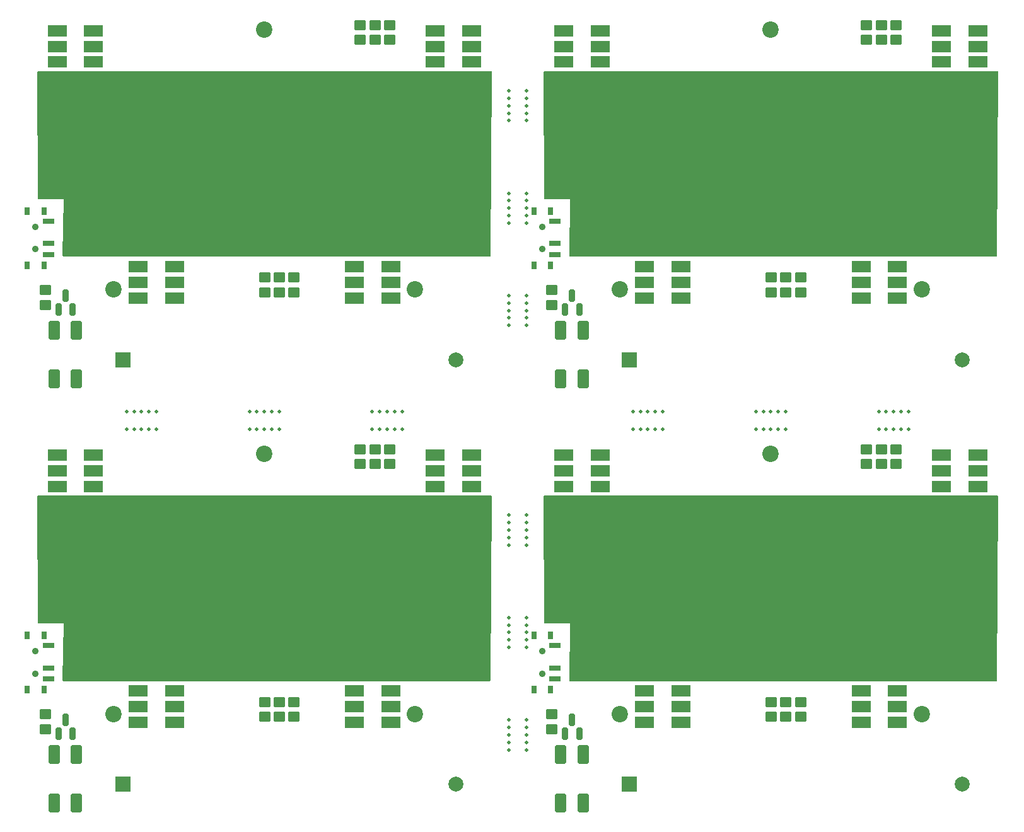
<source format=gts>
G04 #@! TF.GenerationSoftware,KiCad,Pcbnew,8.0.3-8.0.3-0~ubuntu24.04.1*
G04 #@! TF.CreationDate,2024-07-21T14:04:27+02:00*
G04 #@! TF.ProjectId,panel,70616e65-6c2e-46b6-9963-61645f706362,rev?*
G04 #@! TF.SameCoordinates,Original*
G04 #@! TF.FileFunction,Soldermask,Top*
G04 #@! TF.FilePolarity,Negative*
%FSLAX46Y46*%
G04 Gerber Fmt 4.6, Leading zero omitted, Abs format (unit mm)*
G04 Created by KiCad (PCBNEW 8.0.3-8.0.3-0~ubuntu24.04.1) date 2024-07-21 14:04:27*
%MOMM*%
%LPD*%
G01*
G04 APERTURE LIST*
G04 Aperture macros list*
%AMRoundRect*
0 Rectangle with rounded corners*
0 $1 Rounding radius*
0 $2 $3 $4 $5 $6 $7 $8 $9 X,Y pos of 4 corners*
0 Add a 4 corners polygon primitive as box body*
4,1,4,$2,$3,$4,$5,$6,$7,$8,$9,$2,$3,0*
0 Add four circle primitives for the rounded corners*
1,1,$1+$1,$2,$3*
1,1,$1+$1,$4,$5*
1,1,$1+$1,$6,$7*
1,1,$1+$1,$8,$9*
0 Add four rect primitives between the rounded corners*
20,1,$1+$1,$2,$3,$4,$5,0*
20,1,$1+$1,$4,$5,$6,$7,0*
20,1,$1+$1,$6,$7,$8,$9,0*
20,1,$1+$1,$8,$9,$2,$3,0*%
G04 Aperture macros list end*
%ADD10C,0.500000*%
%ADD11R,2.600000X1.600000*%
%ADD12RoundRect,0.287500X0.512500X-0.402500X0.512500X0.402500X-0.512500X0.402500X-0.512500X-0.402500X0*%
%ADD13RoundRect,0.250000X-0.500000X1.000000X-0.500000X-1.000000X0.500000X-1.000000X0.500000X1.000000X0*%
%ADD14RoundRect,0.291666X-0.508334X0.408334X-0.508334X-0.408334X0.508334X-0.408334X0.508334X0.408334X0*%
%ADD15C,2.200000*%
%ADD16RoundRect,0.200000X0.200000X-0.637500X0.200000X0.637500X-0.200000X0.637500X-0.200000X-0.637500X0*%
%ADD17R,2.000000X2.000000*%
%ADD18C,2.000000*%
%ADD19RoundRect,0.291666X0.508334X-0.408334X0.508334X0.408334X-0.508334X0.408334X-0.508334X-0.408334X0*%
%ADD20R,0.800000X1.000000*%
%ADD21C,0.900000*%
%ADD22R,1.500000X0.700000*%
G04 APERTURE END LIST*
D10*
G04 #@! TO.C,KiKit_MB_9_5*
X68200000Y-39250000D03*
G04 #@! TD*
G04 #@! TO.C,KiKit_MB_23_5*
X103000000Y-57200000D03*
G04 #@! TD*
D11*
G04 #@! TO.C,D4*
X50025000Y-96575000D03*
X50025000Y-94475000D03*
X50025000Y-92375000D03*
X45125000Y-92375000D03*
X45125000Y-94475000D03*
X45125000Y-96575000D03*
G04 #@! TD*
D12*
G04 #@! TO.C,R3*
X45875000Y-4887500D03*
X45875000Y-2887500D03*
G04 #@! TD*
D10*
G04 #@! TO.C,KiKit_MB_16_5*
X18500000Y-57200000D03*
G04 #@! TD*
D11*
G04 #@! TO.C,D1*
X78075000Y-7875000D03*
X78075000Y-5775000D03*
X78075000Y-3675000D03*
X73175000Y-3675000D03*
X73175000Y-5775000D03*
X73175000Y-7875000D03*
G04 #@! TD*
D10*
G04 #@! TO.C,KiKit_MB_19_5*
X68200000Y-68750000D03*
G04 #@! TD*
G04 #@! TO.C,KiKit_MB_22_4*
X85500000Y-57200000D03*
G04 #@! TD*
D13*
G04 #@! TO.C,L1*
X75787500Y-100886433D03*
X72787500Y-100886433D03*
X72787500Y-107386433D03*
X75787500Y-107386433D03*
G04 #@! TD*
D11*
G04 #@! TO.C,D2*
X20925000Y-39575000D03*
X20925000Y-37475000D03*
X20925000Y-35375000D03*
X16025000Y-35375000D03*
X16025000Y-37475000D03*
X16025000Y-39575000D03*
G04 #@! TD*
D10*
G04 #@! TO.C,KiKit_MB_19_2*
X68200000Y-71750000D03*
G04 #@! TD*
G04 #@! TO.C,KiKit_MB_8_5*
X68200000Y-25500000D03*
G04 #@! TD*
G04 #@! TO.C,KiKit_MB_3_1*
X65800000Y-39250000D03*
G04 #@! TD*
G04 #@! TO.C,KiKit_MB_1_5*
X65800000Y-15750000D03*
G04 #@! TD*
D14*
G04 #@! TO.C,R1*
X71600000Y-95487500D03*
X71600000Y-97487500D03*
G04 #@! TD*
D13*
G04 #@! TO.C,L1*
X75787500Y-43886433D03*
X72787500Y-43886433D03*
X72787500Y-50386433D03*
X75787500Y-50386433D03*
G04 #@! TD*
D10*
G04 #@! TO.C,KiKit_MB_18_3*
X49500000Y-57200000D03*
G04 #@! TD*
D15*
G04 #@! TO.C,*
X53250000Y-38425000D03*
G04 #@! TD*
D10*
G04 #@! TO.C,KiKit_MB_23_4*
X102000000Y-57200000D03*
G04 #@! TD*
G04 #@! TO.C,KiKit_MB_2_4*
X65800000Y-28500000D03*
G04 #@! TD*
G04 #@! TO.C,KiKit_MB_14_2*
X65800000Y-83500000D03*
G04 #@! TD*
G04 #@! TO.C,KiKit_MB_16_4*
X17500000Y-57200000D03*
G04 #@! TD*
D11*
G04 #@! TO.C,D4*
X118025000Y-96575000D03*
X118025000Y-94475000D03*
X118025000Y-92375000D03*
X113125000Y-92375000D03*
X113125000Y-94475000D03*
X113125000Y-96575000D03*
G04 #@! TD*
D15*
G04 #@! TO.C,*
X101000000Y-3500000D03*
G04 #@! TD*
G04 #@! TO.C,*
X80750000Y-38425000D03*
G04 #@! TD*
G04 #@! TO.C,*
X80750000Y-95425000D03*
G04 #@! TD*
D11*
G04 #@! TO.C,D4*
X118025000Y-39575000D03*
X118025000Y-37475000D03*
X118025000Y-35375000D03*
X113125000Y-35375000D03*
X113125000Y-37475000D03*
X113125000Y-39575000D03*
G04 #@! TD*
G04 #@! TO.C,D2*
X20925000Y-96575000D03*
X20925000Y-94475000D03*
X20925000Y-92375000D03*
X16025000Y-92375000D03*
X16025000Y-94475000D03*
X16025000Y-96575000D03*
G04 #@! TD*
D10*
G04 #@! TO.C,KiKit_MB_17_5*
X35000000Y-57200000D03*
G04 #@! TD*
G04 #@! TO.C,KiKit_MB_18_2*
X48500000Y-57200000D03*
G04 #@! TD*
G04 #@! TO.C,KiKit_MB_17_4*
X34000000Y-57200000D03*
G04 #@! TD*
G04 #@! TO.C,KiKit_MB_5_4*
X32000000Y-54800000D03*
G04 #@! TD*
D11*
G04 #@! TO.C,D3*
X128825000Y-64875000D03*
X128825000Y-62775000D03*
X128825000Y-60675000D03*
X123925000Y-60675000D03*
X123925000Y-62775000D03*
X123925000Y-64875000D03*
G04 #@! TD*
D10*
G04 #@! TO.C,KiKit_MB_22_5*
X86500000Y-57200000D03*
G04 #@! TD*
G04 #@! TO.C,KiKit_MB_24_1*
X115500000Y-57200000D03*
G04 #@! TD*
D11*
G04 #@! TO.C,D2*
X88925000Y-96575000D03*
X88925000Y-94475000D03*
X88925000Y-92375000D03*
X84025000Y-92375000D03*
X84025000Y-94475000D03*
X84025000Y-96575000D03*
G04 #@! TD*
D10*
G04 #@! TO.C,KiKit_MB_10_1*
X86500000Y-54800000D03*
G04 #@! TD*
G04 #@! TO.C,KiKit_MB_14_3*
X65800000Y-84500000D03*
G04 #@! TD*
G04 #@! TO.C,KiKit_MB_22_3*
X84500000Y-57200000D03*
G04 #@! TD*
G04 #@! TO.C,KiKit_MB_5_3*
X33000000Y-54800000D03*
G04 #@! TD*
G04 #@! TO.C,KiKit_MB_6_2*
X50500000Y-54800000D03*
G04 #@! TD*
D16*
G04 #@! TO.C,Q1*
X5375000Y-41100000D03*
X7275000Y-41100000D03*
X6325000Y-39225000D03*
G04 #@! TD*
D17*
G04 #@! TO.C,BT1*
X81987500Y-104886433D03*
D18*
X126687500Y-104886433D03*
G04 #@! TD*
D13*
G04 #@! TO.C,L1*
X7787500Y-100886433D03*
X4787500Y-100886433D03*
X4787500Y-107386433D03*
X7787500Y-107386433D03*
G04 #@! TD*
D10*
G04 #@! TO.C,KiKit_MB_12_2*
X118500000Y-54800000D03*
G04 #@! TD*
D19*
G04 #@! TO.C,R4*
X47850000Y-4887500D03*
X47850000Y-2887500D03*
G04 #@! TD*
D10*
G04 #@! TO.C,KiKit_MB_12_3*
X117500000Y-54800000D03*
G04 #@! TD*
G04 #@! TO.C,KiKit_MB_20_2*
X68200000Y-85500000D03*
G04 #@! TD*
G04 #@! TO.C,KiKit_MB_12_5*
X115500000Y-54800000D03*
G04 #@! TD*
G04 #@! TO.C,KiKit_MB_20_4*
X68200000Y-83500000D03*
G04 #@! TD*
G04 #@! TO.C,KiKit_MB_12_1*
X119500000Y-54800000D03*
G04 #@! TD*
D19*
G04 #@! TO.C,R2*
X117825000Y-61887500D03*
X117825000Y-59887500D03*
G04 #@! TD*
D10*
G04 #@! TO.C,KiKit_MB_7_3*
X68200000Y-13750000D03*
G04 #@! TD*
G04 #@! TO.C,KiKit_MB_24_3*
X117500000Y-57200000D03*
G04 #@! TD*
D19*
G04 #@! TO.C,R2*
X49825000Y-61887500D03*
X49825000Y-59887500D03*
G04 #@! TD*
D11*
G04 #@! TO.C,D3*
X60825000Y-7875000D03*
X60825000Y-5775000D03*
X60825000Y-3675000D03*
X55925000Y-3675000D03*
X55925000Y-5775000D03*
X55925000Y-7875000D03*
G04 #@! TD*
D10*
G04 #@! TO.C,KiKit_MB_12_4*
X116500000Y-54800000D03*
G04 #@! TD*
D12*
G04 #@! TO.C,R6*
X101043750Y-38818750D03*
X101043750Y-36818750D03*
G04 #@! TD*
D11*
G04 #@! TO.C,D1*
X78075000Y-64875000D03*
X78075000Y-62775000D03*
X78075000Y-60675000D03*
X73175000Y-60675000D03*
X73175000Y-62775000D03*
X73175000Y-64875000D03*
G04 #@! TD*
D10*
G04 #@! TO.C,KiKit_MB_13_2*
X65800000Y-69750000D03*
G04 #@! TD*
G04 #@! TO.C,KiKit_MB_11_2*
X102000000Y-54800000D03*
G04 #@! TD*
G04 #@! TO.C,KiKit_MB_8_2*
X68200000Y-28500000D03*
G04 #@! TD*
G04 #@! TO.C,KiKit_MB_4_5*
X14500000Y-54800000D03*
G04 #@! TD*
G04 #@! TO.C,KiKit_MB_13_3*
X65800000Y-70750000D03*
G04 #@! TD*
G04 #@! TO.C,KiKit_MB_11_5*
X99000000Y-54800000D03*
G04 #@! TD*
G04 #@! TO.C,KiKit_MB_8_3*
X68200000Y-27500000D03*
G04 #@! TD*
G04 #@! TO.C,KiKit_MB_2_5*
X65800000Y-29500000D03*
G04 #@! TD*
G04 #@! TO.C,KiKit_MB_15_2*
X65800000Y-97250000D03*
G04 #@! TD*
G04 #@! TO.C,KiKit_MB_21_3*
X68200000Y-98250000D03*
G04 #@! TD*
D12*
G04 #@! TO.C,R6*
X33043750Y-95818750D03*
X33043750Y-93818750D03*
G04 #@! TD*
D10*
G04 #@! TO.C,KiKit_MB_10_4*
X83500000Y-54800000D03*
G04 #@! TD*
D16*
G04 #@! TO.C,Q1*
X73375000Y-41100000D03*
X75275000Y-41100000D03*
X74325000Y-39225000D03*
G04 #@! TD*
D10*
G04 #@! TO.C,KiKit_MB_17_3*
X33000000Y-57200000D03*
G04 #@! TD*
G04 #@! TO.C,KiKit_MB_18_4*
X50500000Y-57200000D03*
G04 #@! TD*
G04 #@! TO.C,KiKit_MB_13_1*
X65800000Y-68750000D03*
G04 #@! TD*
G04 #@! TO.C,KiKit_MB_6_1*
X51500000Y-54800000D03*
G04 #@! TD*
G04 #@! TO.C,KiKit_MB_10_2*
X85500000Y-54800000D03*
G04 #@! TD*
G04 #@! TO.C,KiKit_MB_3_2*
X65800000Y-40250000D03*
G04 #@! TD*
D19*
G04 #@! TO.C,R7*
X103018750Y-95818750D03*
X103018750Y-93818750D03*
G04 #@! TD*
D10*
G04 #@! TO.C,KiKit_MB_1_2*
X65800000Y-12750000D03*
G04 #@! TD*
D12*
G04 #@! TO.C,R3*
X113875000Y-61887500D03*
X113875000Y-59887500D03*
G04 #@! TD*
G04 #@! TO.C,R6*
X33043750Y-38818750D03*
X33043750Y-36818750D03*
G04 #@! TD*
D10*
G04 #@! TO.C,KiKit_MB_23_1*
X99000000Y-57200000D03*
G04 #@! TD*
D19*
G04 #@! TO.C,R7*
X35018750Y-95818750D03*
X35018750Y-93818750D03*
G04 #@! TD*
D15*
G04 #@! TO.C,*
X121250000Y-95425000D03*
G04 #@! TD*
D17*
G04 #@! TO.C,BT1*
X13987500Y-47886433D03*
D18*
X58687500Y-47886433D03*
G04 #@! TD*
D10*
G04 #@! TO.C,KiKit_MB_1_4*
X65800000Y-14750000D03*
G04 #@! TD*
D20*
G04 #@! TO.C,SW1*
X3392500Y-27861433D03*
X1182500Y-27861433D03*
D21*
X2282500Y-30011433D03*
X2282500Y-33011433D03*
D20*
X3392500Y-35161433D03*
X1182500Y-35161433D03*
D22*
X4042500Y-29261433D03*
X4042500Y-32261433D03*
X4042500Y-33761433D03*
G04 #@! TD*
D12*
G04 #@! TO.C,R3*
X45875000Y-61887500D03*
X45875000Y-59887500D03*
G04 #@! TD*
D10*
G04 #@! TO.C,KiKit_MB_16_3*
X16500000Y-57200000D03*
G04 #@! TD*
D16*
G04 #@! TO.C,Q1*
X5375000Y-98100000D03*
X7275000Y-98100000D03*
X6325000Y-96225000D03*
G04 #@! TD*
D10*
G04 #@! TO.C,KiKit_MB_20_1*
X68200000Y-86500000D03*
G04 #@! TD*
G04 #@! TO.C,KiKit_MB_17_2*
X32000000Y-57200000D03*
G04 #@! TD*
G04 #@! TO.C,KiKit_MB_2_3*
X65800000Y-27500000D03*
G04 #@! TD*
D19*
G04 #@! TO.C,R5*
X104993750Y-95818750D03*
X104993750Y-93818750D03*
G04 #@! TD*
D10*
G04 #@! TO.C,KiKit_MB_5_1*
X35000000Y-54800000D03*
G04 #@! TD*
D19*
G04 #@! TO.C,R5*
X36993750Y-95818750D03*
X36993750Y-93818750D03*
G04 #@! TD*
G04 #@! TO.C,R2*
X117825000Y-4887500D03*
X117825000Y-2887500D03*
G04 #@! TD*
D10*
G04 #@! TO.C,KiKit_MB_4_4*
X15500000Y-54800000D03*
G04 #@! TD*
D12*
G04 #@! TO.C,R3*
X113875000Y-4887500D03*
X113875000Y-2887500D03*
G04 #@! TD*
D17*
G04 #@! TO.C,BT1*
X13987500Y-104886433D03*
D18*
X58687500Y-104886433D03*
G04 #@! TD*
D10*
G04 #@! TO.C,KiKit_MB_20_3*
X68200000Y-84500000D03*
G04 #@! TD*
G04 #@! TO.C,KiKit_MB_7_4*
X68200000Y-12750000D03*
G04 #@! TD*
D19*
G04 #@! TO.C,R5*
X36993750Y-38818750D03*
X36993750Y-36818750D03*
G04 #@! TD*
G04 #@! TO.C,R7*
X103018750Y-38818750D03*
X103018750Y-36818750D03*
G04 #@! TD*
D10*
G04 #@! TO.C,KiKit_MB_15_1*
X65800000Y-96250000D03*
G04 #@! TD*
D20*
G04 #@! TO.C,SW1*
X71392500Y-27861433D03*
X69182500Y-27861433D03*
D21*
X70282500Y-30011433D03*
X70282500Y-33011433D03*
D20*
X71392500Y-35161433D03*
X69182500Y-35161433D03*
D22*
X72042500Y-29261433D03*
X72042500Y-32261433D03*
X72042500Y-33761433D03*
G04 #@! TD*
D10*
G04 #@! TO.C,KiKit_MB_23_3*
X101000000Y-57200000D03*
G04 #@! TD*
D19*
G04 #@! TO.C,R4*
X47850000Y-61887500D03*
X47850000Y-59887500D03*
G04 #@! TD*
D10*
G04 #@! TO.C,KiKit_MB_3_5*
X65800000Y-43250000D03*
G04 #@! TD*
G04 #@! TO.C,KiKit_MB_24_5*
X119500000Y-57200000D03*
G04 #@! TD*
D19*
G04 #@! TO.C,R7*
X35018750Y-38818750D03*
X35018750Y-36818750D03*
G04 #@! TD*
D10*
G04 #@! TO.C,KiKit_MB_19_4*
X68200000Y-69750000D03*
G04 #@! TD*
G04 #@! TO.C,KiKit_MB_4_1*
X18500000Y-54800000D03*
G04 #@! TD*
D15*
G04 #@! TO.C,*
X33000000Y-3500000D03*
G04 #@! TD*
D10*
G04 #@! TO.C,KiKit_MB_9_3*
X68200000Y-41250000D03*
G04 #@! TD*
G04 #@! TO.C,KiKit_MB_22_1*
X82500000Y-57200000D03*
G04 #@! TD*
D15*
G04 #@! TO.C,*
X33000000Y-60500000D03*
G04 #@! TD*
D10*
G04 #@! TO.C,KiKit_MB_24_2*
X116500000Y-57200000D03*
G04 #@! TD*
D11*
G04 #@! TO.C,D3*
X60825000Y-64875000D03*
X60825000Y-62775000D03*
X60825000Y-60675000D03*
X55925000Y-60675000D03*
X55925000Y-62775000D03*
X55925000Y-64875000D03*
G04 #@! TD*
D10*
G04 #@! TO.C,KiKit_MB_9_1*
X68200000Y-43250000D03*
G04 #@! TD*
G04 #@! TO.C,KiKit_MB_13_5*
X65800000Y-72750000D03*
G04 #@! TD*
D19*
G04 #@! TO.C,R5*
X104993750Y-38818750D03*
X104993750Y-36818750D03*
G04 #@! TD*
D10*
G04 #@! TO.C,KiKit_MB_18_1*
X47500000Y-57200000D03*
G04 #@! TD*
G04 #@! TO.C,KiKit_MB_11_3*
X101000000Y-54800000D03*
G04 #@! TD*
G04 #@! TO.C,KiKit_MB_4_2*
X17500000Y-54800000D03*
G04 #@! TD*
D15*
G04 #@! TO.C,*
X12750000Y-95425000D03*
G04 #@! TD*
D10*
G04 #@! TO.C,KiKit_MB_11_1*
X103000000Y-54800000D03*
G04 #@! TD*
G04 #@! TO.C,KiKit_MB_18_5*
X51500000Y-57200000D03*
G04 #@! TD*
D15*
G04 #@! TO.C,*
X12750000Y-38425000D03*
G04 #@! TD*
D10*
G04 #@! TO.C,KiKit_MB_6_4*
X48500000Y-54800000D03*
G04 #@! TD*
G04 #@! TO.C,KiKit_MB_22_2*
X83500000Y-57200000D03*
G04 #@! TD*
G04 #@! TO.C,KiKit_MB_13_4*
X65800000Y-71750000D03*
G04 #@! TD*
D11*
G04 #@! TO.C,D1*
X10075000Y-7875000D03*
X10075000Y-5775000D03*
X10075000Y-3675000D03*
X5175000Y-3675000D03*
X5175000Y-5775000D03*
X5175000Y-7875000D03*
G04 #@! TD*
D10*
G04 #@! TO.C,KiKit_MB_1_1*
X65800000Y-11750000D03*
G04 #@! TD*
G04 #@! TO.C,KiKit_MB_16_2*
X15500000Y-57200000D03*
G04 #@! TD*
D14*
G04 #@! TO.C,R1*
X3600000Y-95487500D03*
X3600000Y-97487500D03*
G04 #@! TD*
D10*
G04 #@! TO.C,KiKit_MB_23_2*
X100000000Y-57200000D03*
G04 #@! TD*
G04 #@! TO.C,KiKit_MB_8_4*
X68200000Y-26500000D03*
G04 #@! TD*
G04 #@! TO.C,KiKit_MB_16_1*
X14500000Y-57200000D03*
G04 #@! TD*
D16*
G04 #@! TO.C,Q1*
X73375000Y-98100000D03*
X75275000Y-98100000D03*
X74325000Y-96225000D03*
G04 #@! TD*
D10*
G04 #@! TO.C,KiKit_MB_7_1*
X68200000Y-15750000D03*
G04 #@! TD*
G04 #@! TO.C,KiKit_MB_21_4*
X68200000Y-97250000D03*
G04 #@! TD*
D19*
G04 #@! TO.C,R4*
X115850000Y-4887500D03*
X115850000Y-2887500D03*
G04 #@! TD*
D10*
G04 #@! TO.C,KiKit_MB_11_4*
X100000000Y-54800000D03*
G04 #@! TD*
G04 #@! TO.C,KiKit_MB_10_3*
X84500000Y-54800000D03*
G04 #@! TD*
D15*
G04 #@! TO.C,*
X121250000Y-38425000D03*
G04 #@! TD*
D20*
G04 #@! TO.C,SW1*
X3392500Y-84861433D03*
X1182500Y-84861433D03*
D21*
X2282500Y-87011433D03*
X2282500Y-90011433D03*
D20*
X3392500Y-92161433D03*
X1182500Y-92161433D03*
D22*
X4042500Y-86261433D03*
X4042500Y-89261433D03*
X4042500Y-90761433D03*
G04 #@! TD*
D10*
G04 #@! TO.C,KiKit_MB_2_2*
X65800000Y-26500000D03*
G04 #@! TD*
G04 #@! TO.C,KiKit_MB_6_5*
X47500000Y-54800000D03*
G04 #@! TD*
G04 #@! TO.C,KiKit_MB_20_5*
X68200000Y-82500000D03*
G04 #@! TD*
G04 #@! TO.C,KiKit_MB_14_1*
X65800000Y-82500000D03*
G04 #@! TD*
D14*
G04 #@! TO.C,R1*
X71600000Y-38487500D03*
X71600000Y-40487500D03*
G04 #@! TD*
D10*
G04 #@! TO.C,KiKit_MB_19_1*
X68200000Y-72750000D03*
G04 #@! TD*
G04 #@! TO.C,KiKit_MB_17_1*
X31000000Y-57200000D03*
G04 #@! TD*
G04 #@! TO.C,KiKit_MB_3_4*
X65800000Y-42250000D03*
G04 #@! TD*
D12*
G04 #@! TO.C,R6*
X101043750Y-95818750D03*
X101043750Y-93818750D03*
G04 #@! TD*
D15*
G04 #@! TO.C,*
X53250000Y-95425000D03*
G04 #@! TD*
D10*
G04 #@! TO.C,KiKit_MB_7_5*
X68200000Y-11750000D03*
G04 #@! TD*
G04 #@! TO.C,KiKit_MB_19_3*
X68200000Y-70750000D03*
G04 #@! TD*
G04 #@! TO.C,KiKit_MB_15_4*
X65800000Y-99250000D03*
G04 #@! TD*
D20*
G04 #@! TO.C,SW1*
X71392500Y-84861433D03*
X69182500Y-84861433D03*
D21*
X70282500Y-87011433D03*
X70282500Y-90011433D03*
D20*
X71392500Y-92161433D03*
X69182500Y-92161433D03*
D22*
X72042500Y-86261433D03*
X72042500Y-89261433D03*
X72042500Y-90761433D03*
G04 #@! TD*
D10*
G04 #@! TO.C,KiKit_MB_7_2*
X68200000Y-14750000D03*
G04 #@! TD*
D11*
G04 #@! TO.C,D2*
X88925000Y-39575000D03*
X88925000Y-37475000D03*
X88925000Y-35375000D03*
X84025000Y-35375000D03*
X84025000Y-37475000D03*
X84025000Y-39575000D03*
G04 #@! TD*
D10*
G04 #@! TO.C,KiKit_MB_9_4*
X68200000Y-40250000D03*
G04 #@! TD*
G04 #@! TO.C,KiKit_MB_3_3*
X65800000Y-41250000D03*
G04 #@! TD*
G04 #@! TO.C,KiKit_MB_10_5*
X82500000Y-54800000D03*
G04 #@! TD*
D11*
G04 #@! TO.C,D4*
X50025000Y-39575000D03*
X50025000Y-37475000D03*
X50025000Y-35375000D03*
X45125000Y-35375000D03*
X45125000Y-37475000D03*
X45125000Y-39575000D03*
G04 #@! TD*
D10*
G04 #@! TO.C,KiKit_MB_5_5*
X31000000Y-54800000D03*
G04 #@! TD*
D17*
G04 #@! TO.C,BT1*
X81987500Y-47886433D03*
D18*
X126687500Y-47886433D03*
G04 #@! TD*
D19*
G04 #@! TO.C,R2*
X49825000Y-4887500D03*
X49825000Y-2887500D03*
G04 #@! TD*
D10*
G04 #@! TO.C,KiKit_MB_5_2*
X34000000Y-54800000D03*
G04 #@! TD*
G04 #@! TO.C,KiKit_MB_4_3*
X16500000Y-54800000D03*
G04 #@! TD*
G04 #@! TO.C,KiKit_MB_9_2*
X68200000Y-42250000D03*
G04 #@! TD*
G04 #@! TO.C,KiKit_MB_21_2*
X68200000Y-99250000D03*
G04 #@! TD*
D11*
G04 #@! TO.C,D3*
X128825000Y-7875000D03*
X128825000Y-5775000D03*
X128825000Y-3675000D03*
X123925000Y-3675000D03*
X123925000Y-5775000D03*
X123925000Y-7875000D03*
G04 #@! TD*
D19*
G04 #@! TO.C,R4*
X115850000Y-61887500D03*
X115850000Y-59887500D03*
G04 #@! TD*
D10*
G04 #@! TO.C,KiKit_MB_14_4*
X65800000Y-85500000D03*
G04 #@! TD*
G04 #@! TO.C,KiKit_MB_21_1*
X68200000Y-100250000D03*
G04 #@! TD*
D15*
G04 #@! TO.C,*
X101000000Y-60500000D03*
G04 #@! TD*
D10*
G04 #@! TO.C,KiKit_MB_14_5*
X65800000Y-86500000D03*
G04 #@! TD*
G04 #@! TO.C,KiKit_MB_2_1*
X65800000Y-25500000D03*
G04 #@! TD*
G04 #@! TO.C,KiKit_MB_21_5*
X68200000Y-96250000D03*
G04 #@! TD*
D11*
G04 #@! TO.C,D1*
X10075000Y-64875000D03*
X10075000Y-62775000D03*
X10075000Y-60675000D03*
X5175000Y-60675000D03*
X5175000Y-62775000D03*
X5175000Y-64875000D03*
G04 #@! TD*
D14*
G04 #@! TO.C,R1*
X3600000Y-38487500D03*
X3600000Y-40487500D03*
G04 #@! TD*
D10*
G04 #@! TO.C,KiKit_MB_24_4*
X118500000Y-57200000D03*
G04 #@! TD*
G04 #@! TO.C,KiKit_MB_8_1*
X68200000Y-29500000D03*
G04 #@! TD*
G04 #@! TO.C,KiKit_MB_1_3*
X65800000Y-13750000D03*
G04 #@! TD*
G04 #@! TO.C,KiKit_MB_15_5*
X65800000Y-100250000D03*
G04 #@! TD*
G04 #@! TO.C,KiKit_MB_6_3*
X49500000Y-54800000D03*
G04 #@! TD*
D13*
G04 #@! TO.C,L1*
X7787500Y-43886433D03*
X4787500Y-43886433D03*
X4787500Y-50386433D03*
X7787500Y-50386433D03*
G04 #@! TD*
D10*
G04 #@! TO.C,KiKit_MB_15_3*
X65800000Y-98250000D03*
G04 #@! TD*
G36*
X63467417Y-9094685D02*
G01*
X63513172Y-9147489D01*
X63524376Y-9199621D01*
X63400618Y-33901621D01*
X63380598Y-33968561D01*
X63327566Y-34014051D01*
X63276620Y-34025000D01*
X6051431Y-34025000D01*
X5984392Y-34005315D01*
X5938637Y-33952511D01*
X5927454Y-33898593D01*
X6074999Y-26300000D01*
X2723461Y-26300000D01*
X2656422Y-26280315D01*
X2610667Y-26227511D01*
X2599462Y-26176540D01*
X2525542Y-9199540D01*
X2544935Y-9132415D01*
X2597539Y-9086431D01*
X2649541Y-9075000D01*
X63400378Y-9075000D01*
X63467417Y-9094685D01*
G37*
G36*
X63467417Y-66094685D02*
G01*
X63513172Y-66147489D01*
X63524376Y-66199621D01*
X63400618Y-90901621D01*
X63380598Y-90968561D01*
X63327566Y-91014051D01*
X63276620Y-91025000D01*
X6051431Y-91025000D01*
X5984392Y-91005315D01*
X5938637Y-90952511D01*
X5927454Y-90898593D01*
X6074999Y-83300000D01*
X2723461Y-83300000D01*
X2656422Y-83280315D01*
X2610667Y-83227511D01*
X2599462Y-83176540D01*
X2525542Y-66199540D01*
X2544935Y-66132415D01*
X2597539Y-66086431D01*
X2649541Y-66075000D01*
X63400378Y-66075000D01*
X63467417Y-66094685D01*
G37*
G36*
X131467417Y-9094685D02*
G01*
X131513172Y-9147489D01*
X131524376Y-9199621D01*
X131400618Y-33901621D01*
X131380598Y-33968561D01*
X131327566Y-34014051D01*
X131276620Y-34025000D01*
X74051431Y-34025000D01*
X73984392Y-34005315D01*
X73938637Y-33952511D01*
X73927454Y-33898593D01*
X74074999Y-26300000D01*
X70723461Y-26300000D01*
X70656422Y-26280315D01*
X70610667Y-26227511D01*
X70599462Y-26176540D01*
X70525542Y-9199540D01*
X70544935Y-9132415D01*
X70597539Y-9086431D01*
X70649541Y-9075000D01*
X131400378Y-9075000D01*
X131467417Y-9094685D01*
G37*
G36*
X131467417Y-66094685D02*
G01*
X131513172Y-66147489D01*
X131524376Y-66199621D01*
X131400618Y-90901621D01*
X131380598Y-90968561D01*
X131327566Y-91014051D01*
X131276620Y-91025000D01*
X74051431Y-91025000D01*
X73984392Y-91005315D01*
X73938637Y-90952511D01*
X73927454Y-90898593D01*
X74074999Y-83300000D01*
X70723461Y-83300000D01*
X70656422Y-83280315D01*
X70610667Y-83227511D01*
X70599462Y-83176540D01*
X70525542Y-66199540D01*
X70544935Y-66132415D01*
X70597539Y-66086431D01*
X70649541Y-66075000D01*
X131400378Y-66075000D01*
X131467417Y-66094685D01*
G37*
M02*

</source>
